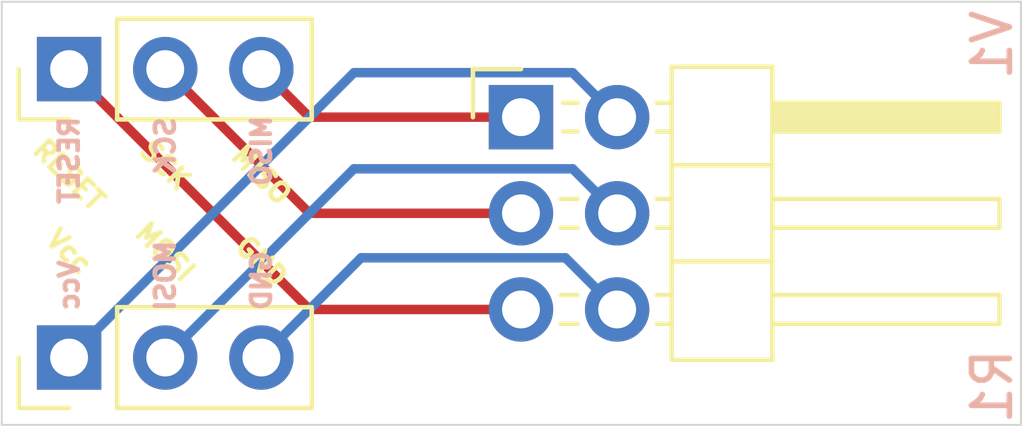
<source format=kicad_pcb>
(kicad_pcb (version 20210623) (generator pcbnew)
  (title_block (date "2021-06-02"))
  (layers (0 "F.Cu" signal) (31 "B.Cu" signal) (34 "B.Paste" user) (35 "F.Paste" user) (36 "B.SilkS" user "B.Silkscreen") (37 "F.SilkS" user "F.Silkscreen") (38 "B.Mask" user) (39 "F.Mask" user) (44 "Edge.Cuts" user))
  (net 0 "")
  (net 1 "Net-(J1-Pad1)")
  (net 2 "Net-(J1-Pad2)")
  (net 3 "Net-(J1-Pad3)")
  (net 4 "Net-(J1-Pad4)")
  (net 5 "Net-(J1-Pad5)")
  (net 6 "Net-(J1-Pad6)")
  (footprint "Connector_PinHeader_2.54mm:PinHeader_1x03_P2.54mm_Vertical" (layer "F.Cu") (at 130.81 97.536 90)
    (fp_text reference "J2")
    (fp_text value "01x03 Male Header" hide)
    (fp_line (start -1.33 0) (end -1.33 -1.33) (layer "F.SilkS") (width 0.12))
    (fp_line (start -1.33 1.27) (end -1.33 6.41) (layer "F.SilkS") (width 0.12))
    (fp_line (start -1.33 -1.33) (end 0 -1.33) (layer "F.SilkS") (width 0.12))
    (fp_line (start 1.33 1.27) (end 1.33 6.41) (layer "F.SilkS") (width 0.12))
    (fp_line (start -1.33 6.41) (end 1.33 6.41) (layer "F.SilkS") (width 0.12))
    (fp_line (start -1.33 1.27) (end 1.33 1.27) (layer "F.SilkS") (width 0.12))
    (pad "1" thru_hole rect locked (at 0 0 90) (size 1.7 1.7) (drill 1) (layers *.Cu *.Mask) (net 5 "Net-(J1-Pad5)"))
    (pad "2" thru_hole oval locked (at 0 2.54 90) (size 1.7 1.7) (drill 1) (layers *.Cu *.Mask) (net 3 "Net-(J1-Pad3)"))
    (pad "3" thru_hole oval locked (at 0 5.08 90) (size 1.7 1.7) (drill 1) (layers *.Cu *.Mask) (net 1 "Net-(J1-Pad1)"))
  )
  (footprint "Connector_PinHeader_2.54mm:PinHeader_1x03_P2.54mm_Vertical" (layer "F.Cu") (at 130.81 105.156 90)
    (fp_text reference "J3")
    (fp_text value "01x03 Male Header" hide)
    (fp_line (start -1.33 -1.33) (end 0 -1.33) (layer "F.SilkS") (width 0.12))
    (fp_line (start -1.33 1.27) (end -1.33 6.41) (layer "F.SilkS") (width 0.12))
    (fp_line (start -1.33 0) (end -1.33 -1.33) (layer "F.SilkS") (width 0.12))
    (fp_line (start -1.33 6.41) (end 1.33 6.41) (layer "F.SilkS") (width 0.12))
    (fp_line (start 1.33 1.27) (end 1.33 6.41) (layer "F.SilkS") (width 0.12))
    (fp_line (start -1.33 1.27) (end 1.33 1.27) (layer "F.SilkS") (width 0.12))
    (pad "1" thru_hole rect locked (at 0 0 90) (size 1.7 1.7) (drill 1) (layers *.Cu *.Mask) (net 2 "Net-(J1-Pad2)"))
    (pad "2" thru_hole oval locked (at 0 2.54 90) (size 1.7 1.7) (drill 1) (layers *.Cu *.Mask) (net 4 "Net-(J1-Pad4)"))
    (pad "3" thru_hole oval locked (at 0 5.08 90) (size 1.7 1.7) (drill 1) (layers *.Cu *.Mask) (net 6 "Net-(J1-Pad6)"))
  )
  (footprint "Connector_PinHeader_2.54mm:PinHeader_2x03_P2.54mm_Horizontal" (layer "F.Cu") (at 142.748 98.806)
    (fp_text reference "J1" hide)
    (fp_text value "02x03 90 Degree Male Header" hide)
    (fp_line (start 3.98 1.27) (end 6.64 1.27) (layer "F.SilkS") (width 0.12))
    (fp_line (start 3.582929 -0.38) (end 3.98 -0.38) (layer "F.SilkS") (width 0.12))
    (fp_line (start 3.98 3.81) (end 6.64 3.81) (layer "F.SilkS") (width 0.12))
    (fp_line (start 12.64 4.7) (end 12.64 5.46) (layer "F.SilkS") (width 0.12))
    (fp_line (start 12.64 2.92) (end 6.64 2.92) (layer "F.SilkS") (width 0.12))
    (fp_line (start 1.042929 2.92) (end 1.497071 2.92) (layer "F.SilkS") (width 0.12))
    (fp_line (start 6.64 -0.2) (end 12.64 -0.2) (layer "F.SilkS") (width 0.12))
    (fp_line (start 3.98 6.41) (end 6.64 6.41) (layer "F.SilkS") (width 0.12))
    (fp_line (start 12.64 5.46) (end 6.64 5.46) (layer "F.SilkS") (width 0.12))
    (fp_line (start 1.042929 4.7) (end 1.497071 4.7) (layer "F.SilkS") (width 0.12))
    (fp_line (start 3.582929 2.16) (end 3.98 2.16) (layer "F.SilkS") (width 0.12))
    (fp_line (start 1.11 -0.38) (end 1.497071 -0.38) (layer "F.SilkS") (width 0.12))
    (fp_line (start 3.582929 2.92) (end 3.98 2.92) (layer "F.SilkS") (width 0.12))
    (fp_line (start -1.27 0) (end -1.27 -1.27) (layer "F.SilkS") (width 0.12))
    (fp_line (start 6.64 -0.32) (end 12.64 -0.32) (layer "F.SilkS") (width 0.12))
    (fp_line (start 6.64 -0.38) (end 12.64 -0.38) (layer "F.SilkS") (width 0.12))
    (fp_line (start 6.64 0.16) (end 12.64 0.16) (layer "F.SilkS") (width 0.12))
    (fp_line (start 3.582929 0.38) (end 3.98 0.38) (layer "F.SilkS") (width 0.12))
    (fp_line (start 6.64 4.7) (end 12.64 4.7) (layer "F.SilkS") (width 0.12))
    (fp_line (start 3.98 -1.33) (end 3.98 6.41) (layer "F.SilkS") (width 0.12))
    (fp_line (start 1.042929 5.46) (end 1.497071 5.46) (layer "F.SilkS") (width 0.12))
    (fp_line (start 3.582929 5.46) (end 3.98 5.46) (layer "F.SilkS") (width 0.12))
    (fp_line (start 12.64 2.16) (end 12.64 2.92) (layer "F.SilkS") (width 0.12))
    (fp_line (start 6.64 2.16) (end 12.64 2.16) (layer "F.SilkS") (width 0.12))
    (fp_line (start 3.582929 4.7) (end 3.98 4.7) (layer "F.SilkS") (width 0.12))
    (fp_line (start -1.27 -1.27) (end 0 -1.27) (layer "F.SilkS") (width 0.12))
    (fp_line (start 12.64 0.38) (end 6.64 0.38) (layer "F.SilkS") (width 0.12))
    (fp_line (start 6.64 6.41) (end 6.64 -1.33) (layer "F.SilkS") (width 0.12))
    (fp_line (start 12.64 -0.38) (end 12.64 0.38) (layer "F.SilkS") (width 0.12))
    (fp_line (start 1.11 0.38) (end 1.497071 0.38) (layer "F.SilkS") (width 0.12))
    (fp_line (start 6.64 0.04) (end 12.64 0.04) (layer "F.SilkS") (width 0.12))
    (fp_line (start 6.64 -0.08) (end 12.64 -0.08) (layer "F.SilkS") (width 0.12))
    (fp_line (start 1.042929 2.16) (end 1.497071 2.16) (layer "F.SilkS") (width 0.12))
    (fp_line (start 6.64 0.28) (end 12.64 0.28) (layer "F.SilkS") (width 0.12))
    (fp_line (start 6.64 -1.33) (end 3.98 -1.33) (layer "F.SilkS") (width 0.12))
    (pad "1" thru_hole rect locked (at 0 0) (size 1.7 1.7) (drill 1) (layers *.Cu *.Mask) (net 1 "Net-(J1-Pad1)"))
    (pad "2" thru_hole oval locked (at 2.54 0) (size 1.7 1.7) (drill 1) (layers *.Cu *.Mask) (net 2 "Net-(J1-Pad2)"))
    (pad "3" thru_hole oval locked (at 0 2.54) (size 1.7 1.7) (drill 1) (layers *.Cu *.Mask) (net 3 "Net-(J1-Pad3)"))
    (pad "4" thru_hole oval locked (at 2.54 2.54) (size 1.7 1.7) (drill 1) (layers *.Cu *.Mask) (net 4 "Net-(J1-Pad4)"))
    (pad "5" thru_hole oval locked (at 0 5.08) (size 1.7 1.7) (drill 1) (layers *.Cu *.Mask) (net 5 "Net-(J1-Pad5)"))
    (pad "6" thru_hole oval locked (at 2.54 5.08) (size 1.7 1.7) (drill 1) (layers *.Cu *.Mask) (net 6 "Net-(J1-Pad6)"))
  )
  (gr_line (start 129.032 106.934) (end 129.032 95.758) (layer "Edge.Cuts") (width 0.05))
  (gr_line (start 155.956 106.934) (end 129.032 106.934) (layer "Edge.Cuts") (width 0.05))
  (gr_line (start 155.956 95.758) (end 155.956 106.934) (layer "Edge.Cuts") (width 0.05))
  (gr_line (start 129.032 95.758) (end 155.956 95.758) (layer "Edge.Cuts") (width 0.05))
  (gr_text "RESET" (at 130.81 99.949 90) (layer "B.SilkS") (effects (font (size 0.5 0.5) (thickness 0.125)) (justify mirror)))
  (gr_text "Vcc" (at 130.81 103.251 90) (layer "B.SilkS") (effects (font (size 0.5 0.5) (thickness 0.125)) (justify mirror)))
  (gr_text "MOSI" (at 133.35 102.997 90) (layer "B.SilkS") (effects (font (size 0.5 0.5) (thickness 0.125)) (justify mirror)))
  (gr_text "GND" (at 135.89 103.124 90) (layer "B.SilkS") (effects (font (size 0.5 0.5) (thickness 0.125)) (justify mirror)))
  (gr_text "SCK" (at 133.35 99.568 90) (layer "B.SilkS") (effects (font (size 0.5 0.5) (thickness 0.125)) (justify mirror)))
  (gr_text "MISO" (at 135.89 99.695 90) (layer "B.SilkS") (effects (font (size 0.5 0.5) (thickness 0.125)) (justify mirror)))
  (gr_text "V1\n" (at 155.194 96.901 90) (layer "B.SilkS") (effects (font (size 1 1)) (justify mirror)))
  (gr_text "R1" (at 155.194 105.918 90) (layer "B.SilkS") (effects (font (size 1 1)) (justify mirror)))
  (gr_text "MOSI" (at 133.35 102.362 -45) (layer "F.SilkS") (effects (font (size 0.5 0.5) (thickness 0.125))))
  (gr_text "Vcc" (at 130.81 102.362 315) (layer "F.SilkS") (effects (font (size 0.5 0.5) (thickness 0.125))))
  (gr_text "RESET" (at 130.81 100.33 -45) (layer "F.SilkS") (effects (font (size 0.5 0.5) (thickness 0.125))))
  (gr_text "GND" (at 135.89 102.616 -45) (layer "F.SilkS") (effects (font (size 0.5 0.5) (thickness 0.125))))
  (gr_text "MISO" (at 135.89 100.33 315) (layer "F.SilkS") (effects (font (size 0.5 0.5) (thickness 0.125))))
  (gr_text "SCK" (at 133.35 100.076 -45) (layer "F.SilkS") (effects (font (size 0.5 0.5) (thickness 0.125))))
  (segment (start 135.89 97.536) (end 137.16 98.806) (width 0.25) (layer "F.Cu") (net 1))
  (segment (start 137.16 98.806) (end 142.748 98.806) (width 0.25) (layer "F.Cu") (net 1))
  (segment (start 138.335001 97.630999) (end 144.112999 97.630999) (width 0.25) (layer "B.Cu") (net 2))
  (segment (start 144.112999 97.630999) (end 145.288 98.806) (width 0.25) (layer "B.Cu") (net 2))
  (segment (start 130.81 105.156) (end 138.335001 97.630999) (width 0.25) (layer "B.Cu") (net 2))
  (segment (start 133.35 97.536) (end 137.16 101.346) (width 0.25) (layer "F.Cu") (net 3))
  (segment (start 137.16 101.346) (end 142.748 101.346) (width 0.25) (layer "F.Cu") (net 3))
  (segment (start 145.288 101.346) (end 144.112999 100.170999) (width 0.25) (layer "B.Cu") (net 4))
  (segment (start 144.112999 100.170999) (end 138.335001 100.170999) (width 0.25) (layer "B.Cu") (net 4))
  (segment (start 138.335001 100.170999) (end 133.35 105.156) (width 0.25) (layer "B.Cu") (net 4))
  (segment (start 137.16 103.886) (end 142.748 103.886) (width 0.25) (layer "F.Cu") (net 5))
  (segment (start 130.81 97.536) (end 137.16 103.886) (width 0.25) (layer "F.Cu") (net 5))
  (segment (start 135.89 105.156) (end 138.524999 102.521001) (width 0.25) (layer "B.Cu") (net 6))
  (segment (start 143.923001 102.521001) (end 145.288 103.886) (width 0.25) (layer "B.Cu") (net 6))
  (segment (start 138.524999 102.521001) (end 143.923001 102.521001) (width 0.25) (layer "B.Cu") (net 6))
)
</source>
